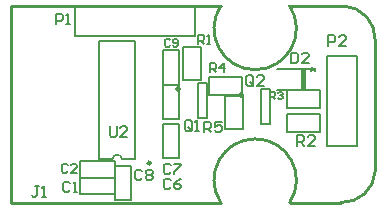
<source format=gto>
G04 Layer_Color=65535*
%FSAX25Y25*%
%MOIN*%
G70*
G01*
G75*
%ADD20C,0.01000*%
%ADD31C,0.00984*%
%ADD32C,0.00787*%
%ADD33C,0.00500*%
%ADD34C,0.00800*%
%ADD35C,0.00700*%
%ADD36C,0.01969*%
D20*
X0391500Y0429500D02*
G03*
X0381000Y0441000I-0011000J0000500D01*
G01*
X0380000Y0375500D02*
G03*
X0391500Y0386000I0000500J0011000D01*
G01*
X0363000Y0375500D02*
G03*
X0340000Y0375500I-0011500J0007500D01*
G01*
X0340000Y0441000D02*
G03*
X0363000Y0441000I0011500J-0007500D01*
G01*
X0270000Y0375500D02*
Y0441000D01*
X0391500Y0386000D02*
Y0429500D01*
X0363000Y0441000D02*
X0381000D01*
X0270000D02*
X0340000D01*
X0363000Y0375500D02*
X0380000D01*
X0270000D02*
X0340000D01*
D31*
X0316622Y0388698D02*
G03*
X0316622Y0388698I-0000492J0000000D01*
G01*
D32*
X0307075Y0389874D02*
G03*
X0303925Y0389874I-0001575J0000000D01*
G01*
X0299496Y0429200D02*
X0311504D01*
X0307075Y0389860D02*
X0311504D01*
X0299496D02*
X0303827D01*
X0311504D02*
Y0429200D01*
X0299496Y0389860D02*
Y0429200D01*
X0375500Y0394500D02*
Y0424500D01*
Y0394500D02*
X0385500D01*
Y0424500D01*
X0375500D02*
X0385500D01*
X0291500Y0431000D02*
Y0441000D01*
X0331500D01*
X0291500Y0431000D02*
X0331500D01*
Y0441000D01*
D33*
X0327500Y0427500D02*
X0333500D01*
Y0416500D02*
Y0427500D01*
X0327500Y0416500D02*
X0333500D01*
X0327500D02*
Y0427500D01*
X0332500Y0415209D02*
X0335500D01*
Y0403791D02*
Y0415209D01*
X0332500Y0403791D02*
X0335500D01*
X0332500D02*
Y0415209D01*
X0368043Y0413154D02*
Y0419846D01*
X0367256Y0413154D02*
Y0419846D01*
X0358791Y0413154D02*
X0370209D01*
X0358800Y0419846D02*
X0370209D01*
X0367650Y0413154D02*
Y0419846D01*
X0370209D02*
X0371390D01*
X0370209Y0419256D02*
X0371390Y0419846D01*
X0370209Y0420437D02*
X0371390Y0419846D01*
X0370209Y0419256D02*
Y0420437D01*
X0371390Y0419256D02*
Y0420437D01*
X0293250Y0378250D02*
Y0383750D01*
Y0378250D02*
X0304750D01*
Y0383750D01*
X0293250D02*
X0304750D01*
X0341500Y0400000D02*
X0347500D01*
X0341500D02*
Y0411000D01*
X0347500D01*
Y0400000D02*
Y0411000D01*
X0347000Y0411500D02*
Y0417500D01*
X0336000Y0411500D02*
X0347000D01*
X0336000D02*
Y0417500D01*
X0347000D01*
X0373000Y0407000D02*
Y0413000D01*
X0362000Y0407000D02*
X0373000D01*
X0362000D02*
Y0413000D01*
X0373000D01*
X0362000Y0399000D02*
Y0405000D01*
X0373000D01*
Y0399000D02*
Y0405000D01*
X0362000Y0399000D02*
X0373000D01*
X0353500Y0413209D02*
X0356500D01*
Y0401791D02*
Y0413209D01*
X0353500Y0401791D02*
X0356500D01*
X0353500D02*
Y0413209D01*
X0320750Y0426250D02*
X0326250D01*
X0320750Y0414750D02*
Y0426250D01*
Y0414750D02*
X0326250D01*
Y0426250D01*
X0304750Y0387750D02*
X0310250D01*
X0304750Y0376250D02*
Y0387750D01*
Y0376250D02*
X0310250D01*
Y0387750D01*
X0320750Y0414750D02*
X0326250D01*
X0320750Y0403250D02*
Y0414750D01*
Y0403250D02*
X0326250D01*
Y0414750D01*
X0320750Y0401750D02*
X0326250D01*
X0320750Y0390250D02*
Y0401750D01*
Y0390250D02*
X0326250D01*
Y0401750D01*
X0293250Y0383750D02*
Y0389250D01*
Y0383750D02*
X0304750D01*
Y0389250D01*
X0293250D02*
X0304750D01*
D34*
X0289833Y0381916D02*
X0289249Y0382499D01*
X0288083D01*
X0287500Y0381916D01*
Y0379583D01*
X0288083Y0379000D01*
X0289249D01*
X0289833Y0379583D01*
X0290999Y0379000D02*
X0292165D01*
X0291582D01*
Y0382499D01*
X0290999Y0381916D01*
X0288999Y0387999D02*
X0288499Y0388499D01*
X0287500D01*
X0287000Y0387999D01*
Y0386000D01*
X0287500Y0385500D01*
X0288499D01*
X0288999Y0386000D01*
X0291998Y0385500D02*
X0289999D01*
X0291998Y0387499D01*
Y0387999D01*
X0291498Y0388499D01*
X0290499D01*
X0289999Y0387999D01*
X0323333Y0382916D02*
X0322749Y0383499D01*
X0321583D01*
X0321000Y0382916D01*
Y0380583D01*
X0321583Y0380000D01*
X0322749D01*
X0323333Y0380583D01*
X0326831Y0383499D02*
X0325665Y0382916D01*
X0324499Y0381749D01*
Y0380583D01*
X0325082Y0380000D01*
X0326248D01*
X0326831Y0380583D01*
Y0381166D01*
X0326248Y0381749D01*
X0324499D01*
X0323333Y0387916D02*
X0322749Y0388499D01*
X0321583D01*
X0321000Y0387916D01*
Y0385583D01*
X0321583Y0385000D01*
X0322749D01*
X0323333Y0385583D01*
X0324499Y0388499D02*
X0326831D01*
Y0387916D01*
X0324499Y0385583D01*
Y0385000D01*
X0313833Y0385916D02*
X0313249Y0386499D01*
X0312083D01*
X0311500Y0385916D01*
Y0383583D01*
X0312083Y0383000D01*
X0313249D01*
X0313833Y0383583D01*
X0314999Y0385916D02*
X0315582Y0386499D01*
X0316748D01*
X0317331Y0385916D01*
Y0385333D01*
X0316748Y0384749D01*
X0317331Y0384166D01*
Y0383583D01*
X0316748Y0383000D01*
X0315582D01*
X0314999Y0383583D01*
Y0384166D01*
X0315582Y0384749D01*
X0314999Y0385333D01*
Y0385916D01*
X0315582Y0384749D02*
X0316748D01*
X0363500Y0425499D02*
Y0422000D01*
X0365249D01*
X0365833Y0422583D01*
Y0424916D01*
X0365249Y0425499D01*
X0363500D01*
X0369331Y0422000D02*
X0366999D01*
X0369331Y0424333D01*
Y0424916D01*
X0368748Y0425499D01*
X0367582D01*
X0366999Y0424916D01*
X0285000Y0435000D02*
Y0438499D01*
X0286749D01*
X0287333Y0437916D01*
Y0436749D01*
X0286749Y0436166D01*
X0285000D01*
X0288499Y0435000D02*
X0289665D01*
X0289082D01*
Y0438499D01*
X0288499Y0437916D01*
X0375900Y0427700D02*
Y0431199D01*
X0377649D01*
X0378233Y0430616D01*
Y0429449D01*
X0377649Y0428866D01*
X0375900D01*
X0381731Y0427700D02*
X0379399D01*
X0381731Y0430033D01*
Y0430616D01*
X0381148Y0431199D01*
X0379982D01*
X0379399Y0430616D01*
X0330333Y0400083D02*
Y0402416D01*
X0329749Y0402999D01*
X0328583D01*
X0328000Y0402416D01*
Y0400083D01*
X0328583Y0399500D01*
X0329749D01*
X0329166Y0400666D02*
X0330333Y0399500D01*
X0329749D02*
X0330333Y0400083D01*
X0331499Y0399500D02*
X0332665D01*
X0332082D01*
Y0402999D01*
X0331499Y0402416D01*
X0350833Y0415083D02*
Y0417416D01*
X0350249Y0417999D01*
X0349083D01*
X0348500Y0417416D01*
Y0415083D01*
X0349083Y0414500D01*
X0350249D01*
X0349666Y0415666D02*
X0350833Y0414500D01*
X0350249D02*
X0350833Y0415083D01*
X0354331Y0414500D02*
X0351999D01*
X0354331Y0416833D01*
Y0417416D01*
X0353748Y0417999D01*
X0352582D01*
X0351999Y0417416D01*
X0365500Y0394500D02*
Y0397999D01*
X0367249D01*
X0367833Y0397416D01*
Y0396249D01*
X0367249Y0395666D01*
X0365500D01*
X0366666D02*
X0367833Y0394500D01*
X0371331D02*
X0368999D01*
X0371331Y0396833D01*
Y0397416D01*
X0370748Y0397999D01*
X0369582D01*
X0368999Y0397416D01*
X0334500Y0399000D02*
Y0402499D01*
X0336249D01*
X0336833Y0401916D01*
Y0400749D01*
X0336249Y0400166D01*
X0334500D01*
X0335666D02*
X0336833Y0399000D01*
X0340331Y0402499D02*
X0337999D01*
Y0400749D01*
X0339165Y0401333D01*
X0339748D01*
X0340331Y0400749D01*
Y0399583D01*
X0339748Y0399000D01*
X0338582D01*
X0337999Y0399583D01*
X0303000Y0400999D02*
Y0398083D01*
X0303583Y0397500D01*
X0304749D01*
X0305333Y0398083D01*
Y0400999D01*
X0308831Y0397500D02*
X0306499D01*
X0308831Y0399833D01*
Y0400416D01*
X0308248Y0400999D01*
X0307082D01*
X0306499Y0400416D01*
D35*
X0323166Y0429583D02*
X0322750Y0429999D01*
X0321917D01*
X0321500Y0429583D01*
Y0427916D01*
X0321917Y0427500D01*
X0322750D01*
X0323166Y0427916D01*
X0323999D02*
X0324416Y0427500D01*
X0325249D01*
X0325665Y0427916D01*
Y0429583D01*
X0325249Y0429999D01*
X0324416D01*
X0323999Y0429583D01*
Y0429166D01*
X0324416Y0428750D01*
X0325665D01*
X0332500Y0428500D02*
Y0431499D01*
X0333999D01*
X0334499Y0430999D01*
Y0429999D01*
X0333999Y0429500D01*
X0332500D01*
X0333500D02*
X0334499Y0428500D01*
X0335499D02*
X0336499D01*
X0335999D01*
Y0431499D01*
X0335499Y0430999D01*
X0356500Y0410000D02*
Y0412499D01*
X0357750D01*
X0358166Y0412083D01*
Y0411250D01*
X0357750Y0410833D01*
X0356500D01*
X0357333D02*
X0358166Y0410000D01*
X0358999Y0412083D02*
X0359416Y0412499D01*
X0360249D01*
X0360665Y0412083D01*
Y0411666D01*
X0360249Y0411250D01*
X0359832D01*
X0360249D01*
X0360665Y0410833D01*
Y0410417D01*
X0360249Y0410000D01*
X0359416D01*
X0358999Y0410417D01*
X0336500Y0419000D02*
Y0421999D01*
X0338000D01*
X0338499Y0421499D01*
Y0420500D01*
X0338000Y0420000D01*
X0336500D01*
X0337500D02*
X0338499Y0419000D01*
X0340999D02*
Y0421999D01*
X0339499Y0420500D01*
X0341498D01*
X0279333Y0380999D02*
X0278166D01*
X0278749D01*
Y0378083D01*
X0278166Y0377500D01*
X0277583D01*
X0277000Y0378083D01*
X0280499Y0377500D02*
X0281665D01*
X0281082D01*
Y0380999D01*
X0280499Y0380416D01*
D36*
X0325653Y0413278D02*
X0325634Y0413259D01*
X0325653Y0413240D01*
X0325671Y0413259D01*
X0325653Y0413278D01*
X0346653Y0411278D02*
X0346634Y0411259D01*
X0346653Y0411240D01*
X0346671Y0411259D01*
X0346653Y0411278D01*
M02*

</source>
